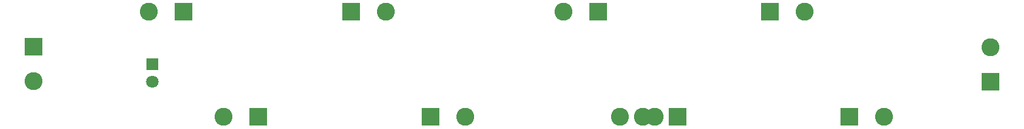
<source format=gbr>
%TF.GenerationSoftware,KiCad,Pcbnew,(5.1.8)-1*%
%TF.CreationDate,2024-07-24T00:23:14+03:00*%
%TF.ProjectId,PwrBus,50777242-7573-42e6-9b69-6361645f7063,rev?*%
%TF.SameCoordinates,Original*%
%TF.FileFunction,Copper,L1,Top*%
%TF.FilePolarity,Positive*%
%FSLAX46Y46*%
G04 Gerber Fmt 4.6, Leading zero omitted, Abs format (unit mm)*
G04 Created by KiCad (PCBNEW (5.1.8)-1) date 2024-07-24 00:23:14*
%MOMM*%
%LPD*%
G01*
G04 APERTURE LIST*
%TA.AperFunction,ComponentPad*%
%ADD10C,1.800000*%
%TD*%
%TA.AperFunction,ComponentPad*%
%ADD11R,1.800000X1.800000*%
%TD*%
%TA.AperFunction,ComponentPad*%
%ADD12C,2.600000*%
%TD*%
%TA.AperFunction,ComponentPad*%
%ADD13R,2.600000X2.600000*%
%TD*%
%TA.AperFunction,ViaPad*%
%ADD14C,2.600000*%
%TD*%
G04 APERTURE END LIST*
D10*
%TO.P,D1,2*%
%TO.N,Net-(D1-Pad2)*%
X35560000Y-27940000D03*
D11*
%TO.P,D1,1*%
%TO.N,GND*%
X35560000Y-25400000D03*
%TD*%
D12*
%TO.P,J10,2*%
%TO.N,GND*%
X156210000Y-22940000D03*
D13*
%TO.P,J10,1*%
%TO.N,VCC*%
X156210000Y-27940000D03*
%TD*%
D12*
%TO.P,J9,2*%
%TO.N,GND*%
X129460000Y-17780000D03*
D13*
%TO.P,J9,1*%
X124460000Y-17780000D03*
%TD*%
D12*
%TO.P,J8,2*%
%TO.N,VCC*%
X140890000Y-33020000D03*
D13*
%TO.P,J8,1*%
X135890000Y-33020000D03*
%TD*%
D12*
%TO.P,J7,2*%
%TO.N,GND*%
X94695000Y-17780000D03*
D13*
%TO.P,J7,1*%
X99695000Y-17780000D03*
%TD*%
D12*
%TO.P,J6,2*%
%TO.N,VCC*%
X106125000Y-33020000D03*
D13*
%TO.P,J6,1*%
X111125000Y-33020000D03*
%TD*%
D12*
%TO.P,J5,2*%
%TO.N,GND*%
X69135000Y-17780000D03*
D13*
%TO.P,J5,1*%
X64135000Y-17780000D03*
%TD*%
D12*
%TO.P,J4,2*%
%TO.N,VCC*%
X80565000Y-33020000D03*
D13*
%TO.P,J4,1*%
X75565000Y-33020000D03*
%TD*%
D12*
%TO.P,J3,2*%
%TO.N,GND*%
X35005000Y-17780000D03*
D13*
%TO.P,J3,1*%
X40005000Y-17780000D03*
%TD*%
D12*
%TO.P,J2,2*%
%TO.N,VCC*%
X45800000Y-33020000D03*
D13*
%TO.P,J2,1*%
X50800000Y-33020000D03*
%TD*%
D12*
%TO.P,J1,2*%
%TO.N,Net-(J1-Pad2)*%
X18415000Y-27860000D03*
D13*
%TO.P,J1,1*%
%TO.N,GND*%
X18415000Y-22860000D03*
%TD*%
D14*
%TO.N,VCC*%
X102870000Y-33020000D03*
X107870000Y-33020000D03*
%TD*%
M02*

</source>
